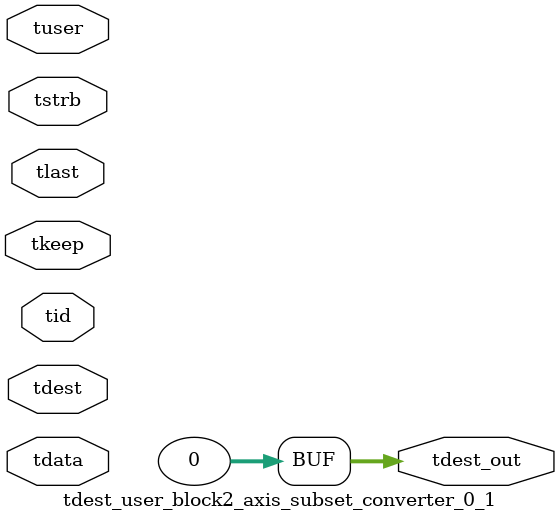
<source format=v>


`timescale 1ps/1ps

module tdest_user_block2_axis_subset_converter_0_1 #
(
parameter C_S_AXIS_TDATA_WIDTH = 32,
parameter C_S_AXIS_TUSER_WIDTH = 0,
parameter C_S_AXIS_TID_WIDTH   = 0,
parameter C_S_AXIS_TDEST_WIDTH = 0,
parameter C_M_AXIS_TDEST_WIDTH = 32
)
(
input  [(C_S_AXIS_TDATA_WIDTH == 0 ? 1 : C_S_AXIS_TDATA_WIDTH)-1:0     ] tdata,
input  [(C_S_AXIS_TUSER_WIDTH == 0 ? 1 : C_S_AXIS_TUSER_WIDTH)-1:0     ] tuser,
input  [(C_S_AXIS_TID_WIDTH   == 0 ? 1 : C_S_AXIS_TID_WIDTH)-1:0       ] tid,
input  [(C_S_AXIS_TDEST_WIDTH == 0 ? 1 : C_S_AXIS_TDEST_WIDTH)-1:0     ] tdest,
input  [(C_S_AXIS_TDATA_WIDTH/8)-1:0 ] tkeep,
input  [(C_S_AXIS_TDATA_WIDTH/8)-1:0 ] tstrb,
input                                                                    tlast,
output [C_M_AXIS_TDEST_WIDTH-1:0] tdest_out
);

assign tdest_out = {1'b0};

endmodule


</source>
